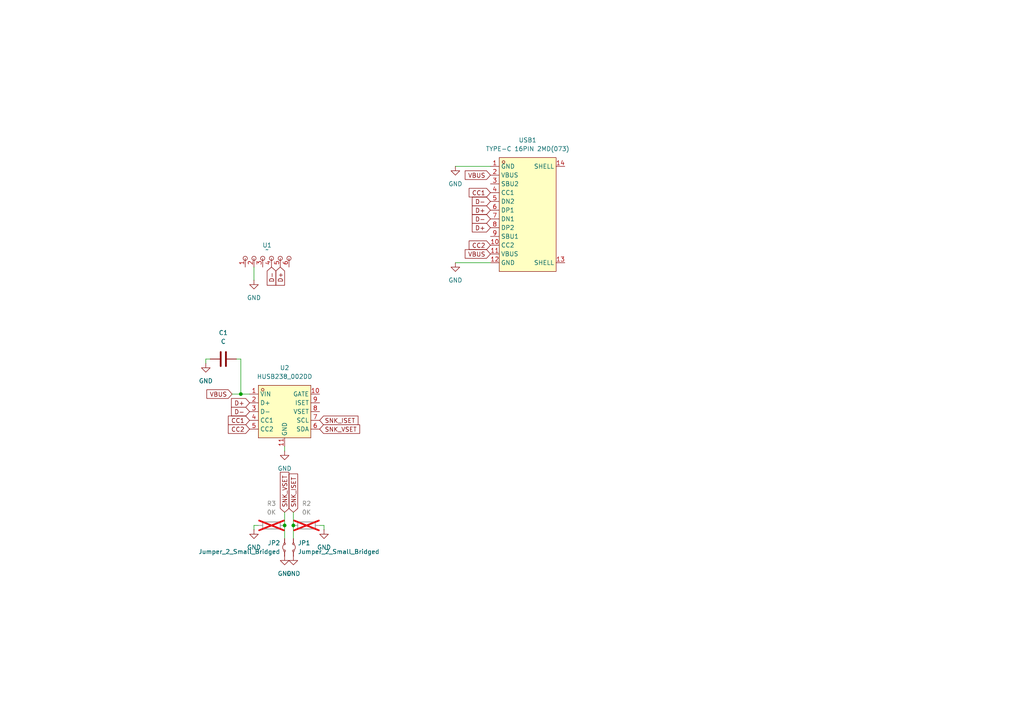
<source format=kicad_sch>
(kicad_sch (version 20231120) (generator "eeschema") (generator_version "8.0")
  (paper "A4")
  (lib_symbols
    (symbol "Device:C" (pin_numbers hide) (pin_names (offset 0.254))
      (property "Reference" "C" (at 0.635 2.54 0))
      (property "Value" "C" (at 0.635 -2.54 0))
      (symbol "C_0_1"
        (polyline (pts (xy -2.032 -0.762) (xy 2.032 -0.762)) (stroke (width 0.508)))
        (polyline (pts (xy -2.032 0.762) (xy 2.032 0.762)) (stroke (width 0.508)))
      )
      (symbol "C_1_1"
        (pin passive line (at 0 3.81 270) (length 2.794) (name "~") (number "1"))
        (pin passive line (at 0 -3.81 90) (length 2.794) (name "~") (number "2"))
      )
    )
    (symbol "Device:R" (pin_numbers hide) (pin_names (offset 0))
      (property "Reference" "R" (at 2.032 0 90))
      (property "Value" "R" (at 0 0 90))
      (symbol "R_0_1"
        (rectangle (start -1.016 -2.54) (end 1.016 2.54) (stroke (width 0.254)))
      )
      (symbol "R_1_1"
        (pin passive line (at 0 3.81 270) (length 1.27) (name "~") (number "1"))
        (pin passive line (at 0 -3.81 90) (length 1.27) (name "~") (number "2"))
      )
    )
    (symbol "Jumper:Jumper_2_Small_Bridged" (pin_numbers hide) (pin_names (offset 0) hide) (exclude_from_sim yes)
      (property "Reference" "JP" (at 0 2.032 0))
      (property "Value" "Jumper_2_Small_Bridged" (at 0 -2.286 0))
      (symbol "Jumper_2_Small_Bridged_0_0"
        (circle (center -1.016 0) (radius 0.254))
        (circle (center 1.016 0) (radius 0.254))
      )
      (symbol "Jumper_2_Small_Bridged_0_1"
        (arc (start 0.762 0.254) (mid 0 0.5696) (end -0.762 0.254))
      )
      (symbol "Jumper_2_Small_Bridged_1_1"
        (pin passive line (at -2.54 0 0) (length 1.27) (name "A") (number "1"))
        (pin passive line (at 2.54 0 180) (length 1.27) (name "B") (number "2"))
      )
    )
    (symbol "easyeda2kicad:HUSB238_002DD"
      (property "Reference" "U" (at 0 10.16 0))
      (property "Value" "HUSB238_002DD" (at 0 -15.24 0))
      (symbol "HUSB238_002DD_0_1"
        (rectangle (start -7.62 7.62) (end 7.62 -7.62) (fill (type background)))
        (circle (center -6.35 6.35) (radius 0.38))
        (pin unspecified line (at -10.16 5.08 0) (length 2.54) (name "VIN") (number "1"))
        (pin unspecified line (at 10.16 5.08 180) (length 2.54) (name "GATE") (number "10"))
        (pin unspecified line (at 0 -10.16 90) (length 2.54) (name "GND") (number "11"))
        (pin unspecified line (at -10.16 2.54 0) (length 2.54) (name "D+") (number "2"))
        (pin unspecified line (at -10.16 0 0) (length 2.54) (name "D-") (number "3"))
        (pin unspecified line (at -10.16 -2.54 0) (length 2.54) (name "CC1") (number "4"))
        (pin unspecified line (at -10.16 -5.08 0) (length 2.54) (name "CC2") (number "5"))
        (pin unspecified line (at 10.16 -5.08 180) (length 2.54) (name "SDA") (number "6"))
        (pin unspecified line (at 10.16 -2.54 180) (length 2.54) (name "SCL") (number "7"))
        (pin unspecified line (at 10.16 0 180) (length 2.54) (name "VSET") (number "8"))
        (pin unspecified line (at 10.16 2.54 180) (length 2.54) (name "ISET") (number "9"))
      )
    )
    (symbol "easyeda2kicad:TYPE-C16PIN2MD(073)"
      (property "Reference" "USB" (at 0 19.05 0))
      (property "Value" "TYPE-C 16PIN 2MD(073)" (at 0 -19.05 0))
      (symbol "TYPE-C16PIN2MD(073)_0_1"
        (rectangle (start -8.89 16.51) (end 7.62 -16.51) (fill (type background)))
        (circle (center -7.62 15.24) (radius 0.38))
        (pin unspecified line (at -11.43 13.97 0) (length 2.54) (name "GND") (number "1"))
        (pin unspecified line (at -11.43 -8.89 0) (length 2.54) (name "CC2") (number "10"))
        (pin unspecified line (at -11.43 -11.43 0) (length 2.54) (name "VBUS") (number "11"))
        (pin unspecified line (at -11.43 -13.97 0) (length 2.54) (name "GND") (number "12"))
        (pin unspecified line (at 10.16 -13.97 180) (length 2.54) (name "SHELL") (number "13"))
        (pin unspecified line (at 10.16 13.97 180) (length 2.54) (name "SHELL") (number "14"))
        (pin unspecified line (at -11.43 11.43 0) (length 2.54) (name "VBUS") (number "2"))
        (pin unspecified line (at -11.43 8.89 0) (length 2.54) (name "SBU2") (number "3"))
        (pin unspecified line (at -11.43 6.35 0) (length 2.54) (name "CC1") (number "4"))
        (pin unspecified line (at -11.43 3.81 0) (length 2.54) (name "DN2") (number "5"))
        (pin unspecified line (at -11.43 1.27 0) (length 2.54) (name "DP1") (number "6"))
        (pin unspecified line (at -11.43 -1.27 0) (length 2.54) (name "DN1") (number "7"))
        (pin unspecified line (at -11.43 -3.81 0) (length 2.54) (name "DP2") (number "8"))
        (pin unspecified line (at -11.43 -6.35 0) (length 2.54) (name "SBU1") (number "9"))
      )
    )
    (symbol "header_custom:1x6"
      (property "Reference" "U" (at 0 6.604 0))
      (symbol "1x6_0_1"
        (circle (center -6.35 0) (radius 0.6007))
        (circle (center -3.81 0) (radius 0.6007))
        (circle (center -1.27 0) (radius 0.6007))
        (circle (center 1.27 0) (radius 0.6007))
        (circle (center 3.81 0) (radius 0.6007))
        (circle (center 6.35 0) (radius 0.6007))
      )
      (symbol "1x6_1_1"
        (pin input line (at -6.35 -2.54 90) (length 2.54) (name "") (number "1"))
        (pin input line (at -3.81 -2.54 90) (length 2.54) (name "") (number "2"))
        (pin input line (at -1.27 -2.54 90) (length 2.54) (name "") (number "3"))
        (pin input line (at 1.27 -2.54 90) (length 2.54) (name "") (number "4"))
        (pin input line (at 3.81 -2.54 90) (length 2.54) (name "") (number "5"))
        (pin input line (at 6.35 -2.54 90) (length 2.54) (name "") (number "6"))
      )
    )
    (symbol "power:GND" (power) (pin_numbers hide) (pin_names (offset 0) hide)
      (property "Value" "GND" (at 0 -3.81 0))
      (symbol "GND_0_1"
        (polyline (pts (xy 0 0) (xy 0 -1.27) (xy 1.27 -1.27) (xy 0 -2.54) (xy -1.27 -1.27) (xy 0 -1.27)))
      )
      (symbol "GND_1_1"
        (pin power_in line (at 0 0 270) (length 0) (name "~") (number "1"))
      )
    )
  )
  (junction (at 69.85 114.3))
  (junction (at 82.55 152.4))
  (junction (at 85.09 152.4))
  (wire (pts (xy 69.85 104.14) (xy 68.58 104.14)))
  (wire (pts (xy 132.08 76.2) (xy 142.24 76.2)))
  (wire (pts (xy 85.09 152.4) (xy 85.09 148.59)))
  (wire (pts (xy 73.66 77.47) (xy 73.66 81.28)))
  (wire (pts (xy 67.31 114.3) (xy 69.85 114.3)))
  (wire (pts (xy 59.69 104.14) (xy 60.96 104.14)))
  (wire (pts (xy 93.98 152.4) (xy 93.98 153.67)))
  (wire (pts (xy 69.85 104.14) (xy 69.85 114.3)))
  (wire (pts (xy 82.55 148.59) (xy 82.55 152.4)))
  (wire (pts (xy 132.08 48.26) (xy 142.24 48.26)))
  (wire (pts (xy 73.66 152.4) (xy 74.93 152.4)))
  (wire (pts (xy 73.66 152.4) (xy 73.66 153.67)))
  (wire (pts (xy 82.55 152.4) (xy 82.55 156.21)))
  (wire (pts (xy 59.69 104.14) (xy 59.69 105.41)))
  (wire (pts (xy 85.09 156.21) (xy 85.09 152.4)))
  (wire (pts (xy 82.55 129.54) (xy 82.55 130.81)))
  (wire (pts (xy 69.85 114.3) (xy 72.39 114.3)))
  (wire (pts (xy 92.71 152.4) (xy 93.98 152.4)))
  (global_label "SNK_VSET" (shape input) (at 92.71 124.46 0) (property "Intersheetrefs" "${INTERSHEET_REFS}" (effects (hide yes))))
  (global_label "D-" (shape input) (at 142.24 63.5 180) (property "Intersheetrefs" "${INTERSHEET_REFS}" (effects (hide yes))))
  (global_label "SNK_VSET" (shape input) (at 82.55 148.59 90) (property "Intersheetrefs" "${INTERSHEET_REFS}" (effects (hide yes))))
  (global_label "CC1" (shape input) (at 72.39 121.92 180) (property "Intersheetrefs" "${INTERSHEET_REFS}" (effects (hide yes))))
  (global_label "SNK_ISET" (shape input) (at 92.71 121.92 0) (property "Intersheetrefs" "${INTERSHEET_REFS}" (effects (hide yes))))
  (global_label "D-" (shape input) (at 72.39 119.38 180) (property "Intersheetrefs" "${INTERSHEET_REFS}" (effects (hide yes))))
  (global_label "D-" (shape input) (at 78.74 77.47 270) (property "Intersheetrefs" "${INTERSHEET_REFS}" (effects (hide yes))))
  (global_label "D+" (shape input) (at 72.39 116.84 180) (property "Intersheetrefs" "${INTERSHEET_REFS}" (effects (hide yes))))
  (global_label "VBUS" (shape input) (at 142.24 50.8 180) (property "Intersheetrefs" "${INTERSHEET_REFS}" (effects (hide yes))))
  (global_label "CC1" (shape input) (at 142.24 55.88 180) (property "Intersheetrefs" "${INTERSHEET_REFS}" (effects (hide yes))))
  (global_label "CC2" (shape input) (at 142.24 71.12 180) (property "Intersheetrefs" "${INTERSHEET_REFS}" (effects (hide yes))))
  (global_label "SNK_ISET" (shape input) (at 85.09 148.59 90) (property "Intersheetrefs" "${INTERSHEET_REFS}" (effects (hide yes))))
  (global_label "VBUS" (shape input) (at 67.31 114.3 180) (property "Intersheetrefs" "${INTERSHEET_REFS}" (effects (hide yes))))
  (global_label "CC2" (shape input) (at 72.39 124.46 180) (property "Intersheetrefs" "${INTERSHEET_REFS}" (effects (hide yes))))
  (global_label "VBUS" (shape input) (at 142.24 73.66 180) (property "Intersheetrefs" "${INTERSHEET_REFS}" (effects (hide yes))))
  (global_label "D+" (shape input) (at 142.24 66.04 180) (property "Intersheetrefs" "${INTERSHEET_REFS}" (effects (hide yes))))
  (global_label "D+" (shape input) (at 81.28 77.47 270) (property "Intersheetrefs" "${INTERSHEET_REFS}" (effects (hide yes))))
  (global_label "D+" (shape input) (at 142.24 60.96 180) (property "Intersheetrefs" "${INTERSHEET_REFS}" (effects (hide yes))))
  (global_label "D-" (shape input) (at 142.24 58.42 180) (property "Intersheetrefs" "${INTERSHEET_REFS}" (effects (hide yes))))
  (symbol (lib_id "Jumper:Jumper_2_Small_Bridged") (at 85.09 158.75 270) (unit 1) (exclude_from_sim yes)
    (property "Reference" "JP1" (at 86.36 157.4799 90) (effects (justify left)))
    (property "Value" "Jumper_2_Small_Bridged" (at 86.36 160.0199 90) (effects (justify left)))
    (property "Footprint" "Jumper:SolderJumper-2_P1.3mm_Open_TrianglePad1.0x1.5mm" (effects (hide yes)))
    (property "Description" "Jumper, 2-pole, small symbol, bridged" (effects (hide yes)))
  )
  (symbol (lib_id "power:GND") (at 93.98 153.67 0) (unit 1)
    (property "Reference" "#PWR07" (effects (hide yes)))
    (property "Value" "GND" (at 93.98 158.75 0))
    (property "Description" "Power symbol creates a global label with name \"GND\" , ground" (effects (hide yes)))
  )
  (symbol (lib_id "power:GND") (at 82.55 161.29 0) (unit 1)
    (property "Reference" "#PWR04" (effects (hide yes)))
    (property "Value" "GND" (at 82.55 166.37 0))
    (property "Description" "Power symbol creates a global label with name \"GND\" , ground" (effects (hide yes)))
  )
  (symbol (lib_id "easyeda2kicad:HUSB238_002DD") (at 82.55 119.38 0) (unit 1)
    (property "Reference" "U2" (at 82.55 106.68 0))
    (property "Value" "HUSB238_002DD" (at 82.55 109.22 0))
    (property "Footprint" "easyeda2kicad:DFN-10_L3.0-W3.0-P0.50-BL-EP2.5" (effects (hide yes)))
    (property "LCSC Part" "C7471904" (effects (hide yes)))
  )
  (symbol (lib_id "power:GND") (at 73.66 153.67 0) (unit 1)
    (property "Reference" "#PWR06" (effects (hide yes)))
    (property "Value" "GND" (at 73.66 158.75 0))
    (property "Description" "Power symbol creates a global label with name \"GND\" , ground" (effects (hide yes)))
  )
  (symbol (lib_id "Device:R") (at 88.9 152.4 90) (unit 1) (dnp yes)
    (property "Reference" "R2" (at 88.9 146.05 90))
    (property "Value" "0K" (at 88.9 148.59 90))
    (property "Footprint" "Resistor_THT:R_Axial_DIN0204_L3.6mm_D1.6mm_P7.62mm_Horizontal" (effects (hide yes)))
    (property "Description" "Resistor" (effects (hide yes)))
  )
  (symbol (lib_id "Device:R") (at 78.74 152.4 90) (unit 1) (dnp yes)
    (property "Reference" "R3" (at 78.74 146.05 90))
    (property "Value" "0K" (at 78.74 148.59 90))
    (property "Footprint" "Resistor_THT:R_Axial_DIN0204_L3.6mm_D1.6mm_P7.62mm_Horizontal" (effects (hide yes)))
    (property "Description" "Resistor" (effects (hide yes)))
  )
  (symbol (lib_id "power:GND") (at 73.66 81.28 0) (unit 1)
    (property "Reference" "#PWR01" (effects (hide yes)))
    (property "Value" "GND" (at 73.66 86.36 0))
    (property "Description" "Power symbol creates a global label with name \"GND\" , ground" (effects (hide yes)))
  )
  (symbol (lib_id "power:GND") (at 132.08 48.26 0) (unit 1)
    (property "Reference" "#PWR02" (effects (hide yes)))
    (property "Value" "GND" (at 132.08 53.34 0))
    (property "Description" "Power symbol creates a global label with name \"GND\" , ground" (effects (hide yes)))
  )
  (symbol (lib_id "header_custom:1x6") (at 77.47 74.93 0) (unit 1)
    (property "Reference" "U1" (at 77.47 71.12 0))
    (property "Value" "~" (at 77.47 72.39 0))
    (property "Footprint" "Connector_PinHeader_2.54mm:PinHeader_1x06_P2.54mm_Vertical" (effects (hide yes)))
  )
  (symbol (lib_id "power:GND") (at 59.69 105.41 0) (unit 1)
    (property "Reference" "#PWR08" (effects (hide yes)))
    (property "Value" "GND" (at 59.69 110.49 0))
    (property "Description" "Power symbol creates a global label with name \"GND\" , ground" (effects (hide yes)))
  )
  (symbol (lib_id "power:GND") (at 132.08 76.2 0) (unit 1)
    (property "Reference" "#PWR03" (effects (hide yes)))
    (property "Value" "GND" (at 132.08 81.28 0))
    (property "Description" "Power symbol creates a global label with name \"GND\" , ground" (effects (hide yes)))
  )
  (symbol (lib_id "power:GND") (at 85.09 161.29 0) (unit 1)
    (property "Reference" "#PWR05" (effects (hide yes)))
    (property "Value" "GND" (at 85.09 166.37 0))
    (property "Description" "Power symbol creates a global label with name \"GND\" , ground" (effects (hide yes)))
  )
  (symbol (lib_id "Jumper:Jumper_2_Small_Bridged") (at 82.55 158.75 90) (mirror x) (unit 1) (exclude_from_sim yes)
    (property "Reference" "JP2" (at 81.28 157.4799 90) (effects (justify left)))
    (property "Value" "Jumper_2_Small_Bridged" (at 81.28 160.0199 90) (effects (justify left)))
    (property "Footprint" "Jumper:SolderJumper-2_P1.3mm_Open_TrianglePad1.0x1.5mm" (effects (hide yes)))
    (property "Description" "Jumper, 2-pole, small symbol, bridged" (effects (hide yes)))
  )
  (symbol (lib_id "Device:C") (at 64.77 104.14 90) (unit 1)
    (property "Reference" "C1" (at 64.77 96.52 90))
    (property "Value" "C" (at 64.77 99.06 90))
    (property "Footprint" "passive_custom:C_0402_JLC" (effects (hide yes)))
    (property "Description" "Unpolarized capacitor" (effects (hide yes)))
  )
  (symbol (lib_id "easyeda2kicad:TYPE-C16PIN2MD(073)") (at 153.67 62.23 0) (unit 1)
    (property "Reference" "USB1" (at 153.035 40.64 0))
    (property "Value" "TYPE-C 16PIN 2MD(073)" (at 153.035 43.18 0))
    (property "Footprint" "easyeda2kicad:USB-C-SMD_TYPE-C-6PIN-2MD-073" (effects (hide yes)))
    (property "LCSC Part" "C2765186" (effects (hide yes)))
  )
  (symbol (lib_id "power:GND") (at 82.55 130.81 0) (unit 1)
    (property "Reference" "#PWR09" (effects (hide yes)))
    (property "Value" "GND" (at 82.55 135.89 0))
    (property "Description" "Power symbol creates a global label with name \"GND\" , ground" (effects (hide yes)))
  )
)
</source>
